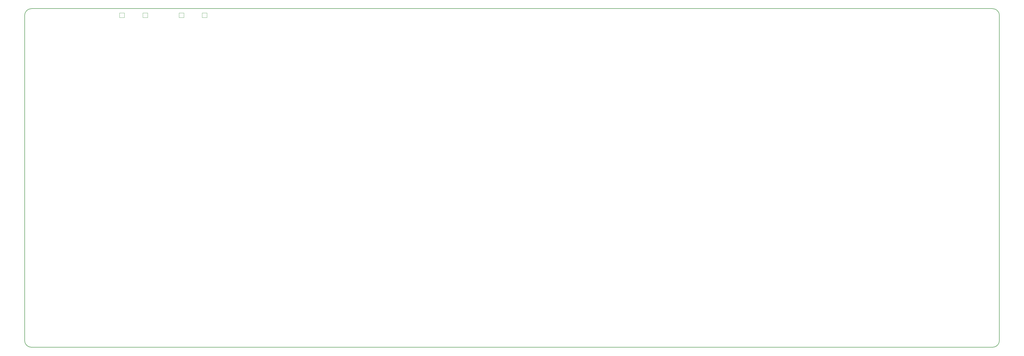
<source format=gbr>
G04 #@! TF.GenerationSoftware,KiCad,Pcbnew,(5.1.5)-3*
G04 #@! TF.CreationDate,2021-08-15T22:03:36-05:00*
G04 #@! TF.ProjectId,Vic2020mainboard,56696332-3032-4306-9d61-696e626f6172,rev?*
G04 #@! TF.SameCoordinates,Original*
G04 #@! TF.FileFunction,Profile,NP*
%FSLAX46Y46*%
G04 Gerber Fmt 4.6, Leading zero omitted, Abs format (unit mm)*
G04 Created by KiCad (PCBNEW (5.1.5)-3) date 2021-08-15 22:03:36*
%MOMM*%
%LPD*%
G04 APERTURE LIST*
%ADD10C,0.150000*%
%ADD11C,0.001000*%
G04 APERTURE END LIST*
D10*
X35306000Y-208280000D02*
G75*
G03X37846000Y-210820000I2540000J0D01*
G01*
X390555000Y-210820000D02*
G75*
G03X393095000Y-208280000I0J2540000D01*
G01*
X374015000Y-210820000D02*
X45720000Y-210820000D01*
X45720000Y-210820000D02*
X37846000Y-210820000D01*
X35306000Y-208026000D02*
X35306000Y-88900000D01*
X225425000Y-86360000D02*
X45720000Y-86360000D01*
X35306000Y-208280000D02*
X35306000Y-208026000D01*
X45720000Y-86360000D02*
X37845000Y-86360000D01*
X393100000Y-111760000D02*
X393100000Y-88900000D01*
X37846000Y-86360000D02*
G75*
G03X35306000Y-88900000I0J-2540000D01*
G01*
X374000000Y-86360000D02*
X390560000Y-86360000D01*
X393100000Y-111760000D02*
X393095000Y-208280000D01*
X374015000Y-210820000D02*
X390555000Y-210820000D01*
X374000000Y-86360000D02*
X225425000Y-86360000D01*
X393100000Y-88900000D02*
G75*
G03X390560000Y-86360000I-2540000J0D01*
G01*
D11*
X91950000Y-89600000D02*
X93750000Y-89600000D01*
X93750000Y-89600000D02*
X93750000Y-87900000D01*
X93750000Y-87900000D02*
X91950000Y-87900000D01*
X91950000Y-87900000D02*
X91950000Y-89600000D01*
X100450000Y-89600000D02*
X102250000Y-89600000D01*
X102250000Y-89600000D02*
X102250000Y-87900000D01*
X102250000Y-87900000D02*
X100450000Y-87900000D01*
X100450000Y-87900000D02*
X100450000Y-89600000D01*
X70150000Y-89600000D02*
X71950000Y-89600000D01*
X71950000Y-89600000D02*
X71950000Y-87900000D01*
X71950000Y-87900000D02*
X70150000Y-87900000D01*
X70150000Y-87900000D02*
X70150000Y-89600000D01*
X78650000Y-89600000D02*
X80450000Y-89600000D01*
X80450000Y-89600000D02*
X80450000Y-87900000D01*
X80450000Y-87900000D02*
X78650000Y-87900000D01*
X78650000Y-87900000D02*
X78650000Y-89600000D01*
M02*

</source>
